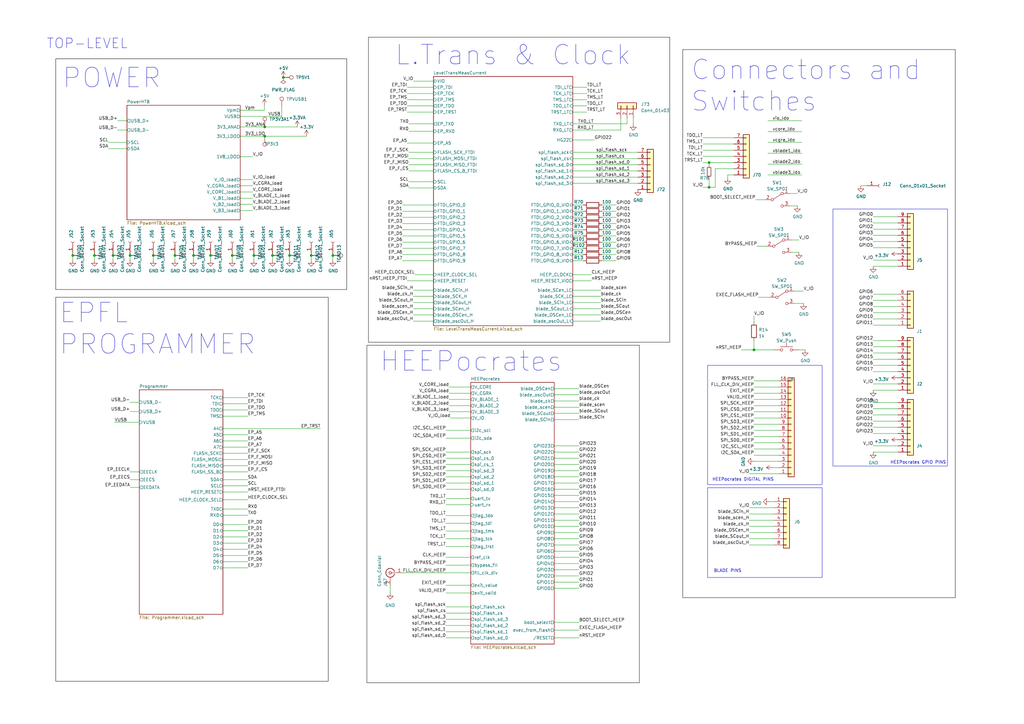
<source format=kicad_sch>
(kicad_sch (version 20230121) (generator eeschema)
  (paper "A3")
  (title_block (title "Heepocrates Testing Board (HTB)") (rev "1") (company "Embedded Systems Laboratory") (comment 1 "Jose Miranda & Christoph Müller 2023"))
  (junction (at 62.865 104.775))
  (junction (at 309.245 143.51))
  (junction (at 136.525 104.775))
  (junction (at 86.36 104.775))
  (junction (at 29.845 104.775))
  (junction (at 127.635 104.775))
  (junction (at 46.355 104.775))
  (junction (at 95.25 104.775))
  (junction (at 38.735 104.775))
  (junction (at 290.83 66.675))
  (junction (at 104.14 104.775))
  (junction (at 53.34 104.775))
  (junction (at 108.585 55.88))
  (junction (at 108.585 52.07))
  (junction (at 111.76 104.775))
  (junction (at 290.83 76.835))
  (junction (at 118.745 104.775))
  (junction (at 79.375 104.775))
  (junction (at 71.755 104.775))
  (junction (at 116.205 31.75))
  (wire (pts (xy 314.96 71.755) (xy 328.93 71.755)))
  (wire (pts (xy 234.95 101.854) (xy 239.268 101.854)))
  (wire (pts (xy 234.95 94.234) (xy 239.268 94.234)))
  (wire (pts (xy 319.405 163.83) (xy 309.245 163.83)))
  (wire (pts (xy 227.33 185.42) (xy 237.49 185.42)))
  (wire (pts (xy 246.888 86.614) (xy 252.73 86.614)))
  (wire (pts (xy 98.552 47.752) (xy 115.57 47.752)))
  (wire (pts (xy 167.64 77.089) (xy 177.8 77.089)))
  (wire (pts (xy 193.04 214.63) (xy 182.88 214.63)))
  (wire (pts (xy 234.95 40.894) (xy 240.665 40.894)))
  (wire (pts (xy 177.8 112.649) (xy 170.18 112.649)))
  (wire (pts (xy 44.45 58.42) (xy 52.07 58.42)))
  (wire (pts (xy 53.34 168.783) (xy 57.15 168.783)))
  (wire (pts (xy 317.5 218.44) (xy 307.34 218.44)))
  (wire (pts (xy 91.44 201.803) (xy 101.6 201.803)))
  (wire (pts (xy 98.552 81.28) (xy 103.632 81.28)))
  (wire (pts (xy 234.95 84.074) (xy 239.268 84.074)))
  (wire (pts (xy 169.545 129.159) (xy 177.8 129.159)))
  (wire (pts (xy 62.865 104.775) (xy 62.865 106.68)))
  (wire (pts (xy 319.405 158.75) (xy 309.245 158.75)))
  (wire (pts (xy 98.552 45.212) (xy 108.458 45.212)))
  (wire (pts (xy 304.165 143.51) (xy 309.245 143.51)))
  (wire (pts (xy 227.33 195.58) (xy 237.49 195.58)))
  (wire (pts (xy 98.552 55.88) (xy 108.585 55.88)))
  (wire (pts (xy 193.04 217.805) (xy 182.88 217.805)))
  (wire (pts (xy 169.545 131.699) (xy 177.8 131.699)))
  (wire (pts (xy 193.04 256.54) (xy 182.88 256.54)))
  (wire (pts (xy 288.29 66.675) (xy 290.83 66.675)))
  (wire (pts (xy 227.33 226.06) (xy 237.49 226.06)))
  (wire (pts (xy 368.3 93.98) (xy 358.14 93.98)))
  (wire (pts (xy 53.34 164.973) (xy 57.15 164.973)))
  (wire (pts (xy 368.3 177.8) (xy 358.14 177.8)))
  (wire (pts (xy 193.04 220.98) (xy 182.88 220.98)))
  (wire (pts (xy 91.44 220.218) (xy 101.6 220.218)))
  (wire (pts (xy 234.95 86.614) (xy 239.268 86.614)))
  (wire (pts (xy 193.04 261.62) (xy 182.88 261.62)))
  (wire (pts (xy 108.458 43.18) (xy 108.458 45.212)))
  (wire (pts (xy 234.95 89.154) (xy 239.268 89.154)))
  (wire (pts (xy 111.76 104.775) (xy 111.76 106.68)))
  (wire (pts (xy 227.33 258.445) (xy 237.49 258.445)))
  (wire (pts (xy 169.545 126.619) (xy 177.8 126.619)))
  (wire (pts (xy 227.33 220.98) (xy 237.49 220.98)))
  (wire (pts (xy 227.33 238.76) (xy 237.49 238.76)))
  (wire (pts (xy 169.545 121.539) (xy 177.8 121.539)))
  (wire (pts (xy 53.34 104.775) (xy 53.34 106.68)))
  (wire (pts (xy 104.14 104.14) (xy 104.14 104.775)))
  (wire (pts (xy 38.735 104.775) (xy 38.735 106.68)))
  (wire (pts (xy 91.44 217.678) (xy 101.6 217.678)))
  (wire (pts (xy 46.355 104.775) (xy 46.355 106.68)))
  (wire (pts (xy 368.3 144.78) (xy 358.14 144.78)))
  (wire (pts (xy 177.8 40.894) (xy 167.005 40.894)))
  (wire (pts (xy 91.44 170.688) (xy 101.6 170.688)))
  (wire (pts (xy 62.865 104.14) (xy 62.865 104.775)))
  (wire (pts (xy 167.64 74.549) (xy 177.8 74.549)))
  (wire (pts (xy 314.96 67.31) (xy 328.93 67.31)))
  (wire (pts (xy 324.485 103.505) (xy 327.66 103.505)))
  (wire (pts (xy 53.34 196.723) (xy 57.15 196.723)))
  (wire (pts (xy 91.44 183.388) (xy 101.6 183.388)))
  (wire (pts (xy 309.245 139.7) (xy 309.245 143.51)))
  (wire (pts (xy 167.64 67.564) (xy 177.8 67.564)))
  (wire (pts (xy 160.02 240.03) (xy 160.02 243.205)))
  (wire (pts (xy 246.888 84.074) (xy 252.73 84.074)))
  (wire (pts (xy 167.64 50.8) (xy 177.8 50.8)))
  (wire (pts (xy 314.96 49.53) (xy 328.93 49.53)))
  (wire (pts (xy 319.405 168.91) (xy 309.245 168.91)))
  (wire (pts (xy 193.04 211.455) (xy 182.88 211.455)))
  (wire (pts (xy 246.888 89.154) (xy 252.73 89.154)))
  (wire (pts (xy 300.99 71.755) (xy 298.45 71.755)))
  (wire (pts (xy 234.95 126.619) (xy 246.38 126.619)))
  (wire (pts (xy 177.8 43.434) (xy 167.005 43.434)))
  (wire (pts (xy 193.04 179.705) (xy 182.88 179.705)))
  (wire (pts (xy 246.888 104.394) (xy 252.73 104.394)))
  (wire (pts (xy 98.552 86.36) (xy 103.632 86.36)))
  (wire (pts (xy 193.04 176.53) (xy 182.88 176.53)))
  (wire (pts (xy 310.515 100.965) (xy 314.325 100.965)))
  (wire (pts (xy 317.5 210.82) (xy 307.34 210.82)))
  (wire (pts (xy 234.95 118.999) (xy 246.38 118.999)))
  (wire (pts (xy 227.33 231.14) (xy 237.49 231.14)))
  (wire (pts (xy 53.34 193.548) (xy 57.15 193.548)))
  (wire (pts (xy 311.15 121.92) (xy 315.595 121.92)))
  (wire (pts (xy 227.33 182.88) (xy 237.49 182.88)))
  (wire (pts (xy 227.33 190.5) (xy 237.49 190.5)))
  (wire (pts (xy 177.8 58.674) (xy 167.005 58.674)))
  (wire (pts (xy 71.755 104.775) (xy 71.755 106.68)))
  (wire (pts (xy 103.632 73.66) (xy 98.552 73.66)))
  (wire (pts (xy 315.595 205.74) (xy 317.5 205.74)))
  (wire (pts (xy 91.44 199.263) (xy 101.6 199.263)))
  (wire (pts (xy 91.44 222.758) (xy 101.6 222.758)))
  (wire (pts (xy 193.04 254) (xy 182.88 254)))
  (wire (pts (xy 227.33 164.465) (xy 237.49 164.465)))
  (wire (pts (xy 91.44 191.008) (xy 101.6 191.008)))
  (wire (pts (xy 165.1 96.774) (xy 177.8 96.774)))
  (wire (pts (xy 368.3 133.35) (xy 358.14 133.35)))
  (wire (pts (xy 193.04 224.155) (xy 182.88 224.155)))
  (wire (pts (xy 317.5 223.52) (xy 307.34 223.52)))
  (wire (pts (xy 234.95 131.699) (xy 246.38 131.699)))
  (wire (pts (xy 300.99 64.135) (xy 288.29 64.135)))
  (wire (pts (xy 324.485 98.425) (xy 327.66 98.425)))
  (wire (pts (xy 368.3 123.19) (xy 358.14 123.19)))
  (wire (pts (xy 319.405 171.45) (xy 309.245 171.45)))
  (wire (pts (xy 91.44 208.788) (xy 101.6 208.788)))
  (wire (pts (xy 91.44 163.068) (xy 101.6 163.068)))
  (wire (pts (xy 254.635 48.514) (xy 254.635 53.34)))
  (wire (pts (xy 368.3 109.22) (xy 358.14 109.22)))
  (wire (pts (xy 368.3 96.52) (xy 358.14 96.52)))
  (wire (pts (xy 368.3 165.1) (xy 358.14 165.1)))
  (wire (pts (xy 319.405 186.69) (xy 309.245 186.69)))
  (wire (pts (xy 368.3 152.4) (xy 358.14 152.4)))
  (wire (pts (xy 317.5 208.28) (xy 307.34 208.28)))
  (wire (pts (xy 71.755 104.14) (xy 71.755 104.775)))
  (wire (pts (xy 44.45 60.96) (xy 52.07 60.96)))
  (wire (pts (xy 234.95 124.079) (xy 246.38 124.079)))
  (wire (pts (xy 167.64 62.484) (xy 177.8 62.484)))
  (wire (pts (xy 79.375 104.14) (xy 79.375 104.775)))
  (wire (pts (xy 368.3 106.68) (xy 358.14 106.68)))
  (wire (pts (xy 227.33 172.085) (xy 237.49 172.085)))
  (wire (pts (xy 165.1 104.394) (xy 177.8 104.394)))
  (wire (pts (xy 368.3 170.18) (xy 358.14 170.18)))
  (wire (pts (xy 48.26 53.34) (xy 52.07 53.34)))
  (wire (pts (xy 227.33 159.385) (xy 237.49 159.385)))
  (wire (pts (xy 136.525 104.775) (xy 136.525 104.14)))
  (wire (pts (xy 319.405 184.15) (xy 309.245 184.15)))
  (wire (pts (xy 136.525 106.68) (xy 136.525 104.775)))
  (wire (pts (xy 95.25 104.775) (xy 95.25 106.68)))
  (wire (pts (xy 169.545 33.274) (xy 177.8 33.274)))
  (wire (pts (xy 165.1 99.314) (xy 177.8 99.314)))
  (wire (pts (xy 193.04 195.58) (xy 182.88 195.58)))
  (wire (pts (xy 234.95 121.539) (xy 246.38 121.539)))
  (wire (pts (xy 177.8 53.848) (xy 167.64 53.848)))
  (wire (pts (xy 127.635 104.14) (xy 127.635 104.775)))
  (wire (pts (xy 227.33 261.62) (xy 237.49 261.62)))
  (wire (pts (xy 298.45 71.755) (xy 298.45 73.025)))
  (wire (pts (xy 91.44 178.308) (xy 101.6 178.308)))
  (wire (pts (xy 227.33 167.005) (xy 237.49 167.005)))
  (wire (pts (xy 29.845 104.775) (xy 29.845 106.68)))
  (wire (pts (xy 234.95 62.484) (xy 261.62 62.484)))
  (wire (pts (xy 118.745 104.775) (xy 118.745 106.68)))
  (wire (pts (xy 246.888 101.854) (xy 252.73 101.854)))
  (wire (pts (xy 193.04 187.96) (xy 182.88 187.96)))
  (wire (pts (xy 317.5 143.51) (xy 309.245 143.51)))
  (wire (pts (xy 368.3 175.26) (xy 358.14 175.26)))
  (wire (pts (xy 325.755 124.46) (xy 329.565 124.46)))
  (wire (pts (xy 319.405 166.37) (xy 309.245 166.37)))
  (wire (pts (xy 309.88 81.915) (xy 313.69 81.915)))
  (wire (pts (xy 108.585 55.88) (xy 125.73 55.88)))
  (wire (pts (xy 319.405 156.21) (xy 309.245 156.21)))
  (wire (pts (xy 46.355 104.14) (xy 46.355 104.775)))
  (wire (pts (xy 368.3 160.02) (xy 358.14 160.02)))
  (wire (pts (xy 319.405 189.23) (xy 309.245 189.23)))
  (wire (pts (xy 91.44 175.768) (xy 131.445 175.768)))
  (wire (pts (xy 193.04 198.12) (xy 182.88 198.12)))
  (wire (pts (xy 368.3 125.73) (xy 358.14 125.73)))
  (wire (pts (xy 165.1 106.934) (xy 177.8 106.934)))
  (wire (pts (xy 91.44 227.838) (xy 101.6 227.838)))
  (wire (pts (xy 127.635 104.775) (xy 127.635 106.68)))
  (wire (pts (xy 227.33 213.36) (xy 237.49 213.36)))
  (wire (pts (xy 290.83 66.675) (xy 290.83 67.945)))
  (wire (pts (xy 368.3 185.42) (xy 358.14 185.42)))
  (wire (pts (xy 165.1 91.694) (xy 177.8 91.694)))
  (wire (pts (xy 234.95 75.184) (xy 261.62 75.184)))
  (wire (pts (xy 193.04 204.47) (xy 182.88 204.47)))
  (wire (pts (xy 314.96 62.865) (xy 328.93 62.865)))
  (wire (pts (xy 53.34 104.14) (xy 53.34 104.775)))
  (wire (pts (xy 184.785 171.45) (xy 193.04 171.45)))
  (wire (pts (xy 91.44 188.468) (xy 101.6 188.468)))
  (wire (pts (xy 227.33 210.82) (xy 237.49 210.82)))
  (wire (pts (xy 184.15 158.75) (xy 193.04 158.75)))
  (wire (pts (xy 234.95 38.354) (xy 240.665 38.354)))
  (wire (pts (xy 368.3 167.64) (xy 358.14 167.64)))
  (wire (pts (xy 368.3 182.88) (xy 358.14 182.88)))
  (wire (pts (xy 234.95 70.104) (xy 261.62 70.104)))
  (wire (pts (xy 165.1 101.854) (xy 177.8 101.854)))
  (wire (pts (xy 193.04 248.92) (xy 182.88 248.92)))
  (wire (pts (xy 300.99 56.515) (xy 288.29 56.515)))
  (wire (pts (xy 167.64 65.024) (xy 177.8 65.024)))
  (wire (pts (xy 98.552 78.74) (xy 103.632 78.74)))
  (wire (pts (xy 246.888 99.314) (xy 252.73 99.314)))
  (wire (pts (xy 193.04 190.5) (xy 182.88 190.5)))
  (wire (pts (xy 293.37 76.835) (xy 293.37 69.215)))
  (wire (pts (xy 91.44 230.378) (xy 101.6 230.378)))
  (wire (pts (xy 368.3 128.27) (xy 358.14 128.27)))
  (wire (pts (xy 91.44 215.138) (xy 101.6 215.138)))
  (wire (pts (xy 368.3 139.7) (xy 358.14 139.7)))
  (wire (pts (xy 227.33 187.96) (xy 237.49 187.96)))
  (wire (pts (xy 353.06 76.2) (xy 355.6 76.2)))
  (wire (pts (xy 193.04 200.66) (xy 182.88 200.66)))
  (wire (pts (xy 91.44 180.848) (xy 101.6 180.848)))
  (wire (pts (xy 193.04 231.775) (xy 182.88 231.775)))
  (wire (pts (xy 234.95 45.974) (xy 240.665 45.974)))
  (wire (pts (xy 314.96 58.42) (xy 328.93 58.42)))
  (wire (pts (xy 368.3 99.06) (xy 358.14 99.06)))
  (wire (pts (xy 290.83 66.675) (xy 300.99 66.675)))
  (wire (pts (xy 227.33 233.68) (xy 237.49 233.68)))
  (wire (pts (xy 177.8 115.189) (xy 167.005 115.189)))
  (wire (pts (xy 316.865 191.77) (xy 319.405 191.77)))
  (wire (pts (xy 98.552 52.07) (xy 108.585 52.07)))
  (wire (pts (xy 246.888 91.694) (xy 252.73 91.694)))
  (wire (pts (xy 91.44 185.928) (xy 101.6 185.928)))
  (wire (pts (xy 165.1 94.234) (xy 177.8 94.234)))
  (wire (pts (xy 227.33 169.545) (xy 237.49 169.545)))
  (wire (pts (xy 193.04 251.46) (xy 182.88 251.46)))
  (wire (pts (xy 227.33 161.925) (xy 237.49 161.925)))
  (wire (pts (xy 309.245 129.54) (xy 309.245 132.08)))
  (wire (pts (xy 177.8 45.974) (xy 167.005 45.974)))
  (wire (pts (xy 165.1 89.154) (xy 177.8 89.154)))
  (wire (pts (xy 48.26 49.53) (xy 52.07 49.53)))
  (wire (pts (xy 368.3 147.32) (xy 358.14 147.32)))
  (wire (pts (xy 368.3 157.48) (xy 358.14 157.48)))
  (wire (pts (xy 246.888 96.774) (xy 252.73 96.774)))
  (wire (pts (xy 227.33 228.6) (xy 237.49 228.6)))
  (wire (pts (xy 319.405 181.61) (xy 309.245 181.61)))
  (wire (pts (xy 91.44 204.978) (xy 101.6 204.978)))
  (wire (pts (xy 317.5 213.36) (xy 307.34 213.36)))
  (wire (pts (xy 257.175 48.514) (xy 257.175 50.8)))
  (wire (pts (xy 227.33 208.28) (xy 237.49 208.28)))
  (wire (pts (xy 330.2 143.51) (xy 327.66 143.51)))
  (wire (pts (xy 91.44 165.608) (xy 101.6 165.608)))
  (wire (pts (xy 234.95 72.644) (xy 261.62 72.644)))
  (wire (pts (xy 323.85 84.455) (xy 327.025 84.455)))
  (wire (pts (xy 193.04 240.03) (xy 182.88 240.03)))
  (wire (pts (xy 227.33 203.2) (xy 237.49 203.2)))
  (wire (pts (xy 193.04 193.04) (xy 182.88 193.04)))
  (wire (pts (xy 368.3 130.81) (xy 358.14 130.81)))
  (wire (pts (xy 91.44 168.148) (xy 101.6 168.148)))
  (wire (pts (xy 91.44 232.918) (xy 101.6 232.918)))
  (wire (pts (xy 234.95 112.649) (xy 242.57 112.649)))
  (wire (pts (xy 177.8 38.354) (xy 167.005 38.354)))
  (wire (pts (xy 300.99 59.055) (xy 288.29 59.055)))
  (wire (pts (xy 86.36 104.14) (xy 86.36 104.775)))
  (wire (pts (xy 288.29 76.835) (xy 290.83 76.835)))
  (wire (pts (xy 169.545 124.079) (xy 177.8 124.079)))
  (wire (pts (xy 319.405 173.99) (xy 309.245 173.99)))
  (wire (pts (xy 79.375 104.775) (xy 79.375 106.68)))
  (wire (pts (xy 227.33 198.12) (xy 237.49 198.12)))
  (wire (pts (xy 98.552 76.2) (xy 103.632 76.2)))
  (wire (pts (xy 246.888 94.234) (xy 252.73 94.234)))
  (wire (pts (xy 108.585 52.07) (xy 121.92 52.07)))
  (wire (pts (xy 193.04 185.42) (xy 182.88 185.42)))
  (wire (pts (xy 319.405 179.07) (xy 309.245 179.07)))
  (wire (pts (xy 259.715 48.514) (xy 259.715 50.927)))
  (wire (pts (xy 325.755 119.38) (xy 329.565 119.38)))
  (wire (pts (xy 319.405 176.53) (xy 309.245 176.53)))
  (wire (pts (xy 46.99 173.228) (xy 57.15 173.228)))
  (wire (pts (xy 314.96 53.975) (xy 328.93 53.975)))
  (wire (pts (xy 29.845 104.14) (xy 29.845 104.775)))
  (wire (pts (xy 91.44 225.298) (xy 101.6 225.298)))
  (wire (pts (xy 227.33 223.52) (xy 237.49 223.52)))
  (wire (pts (xy 165.1 86.614) (xy 177.8 86.614)))
  (wire (pts (xy 167.64 70.104) (xy 177.8 70.104)))
  (wire (pts (xy 227.33 193.04) (xy 237.49 193.04)))
  (wire (pts (xy 227.33 205.74) (xy 237.49 205.74)))
  (wire (pts (xy 91.44 211.328) (xy 101.6 211.328)))
  (wire (pts (xy 111.76 104.14) (xy 111.76 104.775)))
  (wire (pts (xy 323.85 79.375) (xy 327.025 79.375)))
  (wire (pts (xy 193.04 259.08) (xy 182.88 259.08)))
  (wire (pts (xy 234.95 57.404) (xy 243.84 57.404)))
  (wire (pts (xy 193.04 243.205) (xy 182.88 243.205)))
  (wire (pts (xy 165.1 234.95) (xy 193.04 234.95)))
  (wire (pts (xy 227.33 236.22) (xy 237.49 236.22)))
  (wire (pts (xy 53.34 199.898) (xy 57.15 199.898)))
  (wire (pts (xy 300.99 61.595) (xy 288.29 61.595)))
  (wire (pts (xy 227.33 215.9) (xy 237.49 215.9)))
  (wire (pts (xy 165.1 84.074) (xy 177.8 84.074)))
  (wire (pts (xy 319.405 161.29) (xy 309.245 161.29)))
  (wire (pts (xy 98.552 83.82) (xy 103.632 83.82)))
  (wire (pts (xy 227.33 241.3) (xy 237.49 241.3)))
  (wire (pts (xy 368.3 120.65) (xy 358.14 120.65)))
  (wire (pts (xy 234.95 43.434) (xy 240.665 43.434)))
  (wire (pts (xy 290.83 76.835) (xy 293.37 76.835)))
  (wire (pts (xy 317.5 215.9) (xy 307.34 215.9)))
  (wire (pts (xy 104.14 104.775) (xy 104.14 106.68)))
  (wire (pts (xy 290.83 73.025) (xy 290.83 76.835)))
  (wire (pts (xy 227.33 200.66) (xy 237.49 200.66)))
  (wire (pts (xy 86.36 104.775) (xy 86.36 106.68)))
  (wire (pts (xy 184.15 166.37) (xy 193.04 166.37)))
  (wire (pts (xy 95.25 104.14) (xy 95.25 104.775)))
  (wire (pts (xy 91.44 193.548) (xy 101.6 193.548)))
  (wire (pts (xy 234.95 99.314) (xy 239.268 99.314)))
  (wire (pts (xy 368.3 142.24) (xy 358.14 142.24)))
  (wire (pts (xy 368.3 91.44) (xy 358.14 91.44)))
  (wire (pts (xy 38.735 104.14) (xy 38.735 104.775)))
  (wire (pts (xy 184.15 161.29) (xy 193.04 161.29)))
  (wire (pts (xy 368.3 172.72) (xy 358.14 172.72)))
  (wire (pts (xy 246.888 106.934) (xy 252.73 106.934)))
  (wire (pts (xy 307.34 194.31) (xy 319.405 194.31)))
  (wire (pts (xy 234.95 96.774) (xy 239.268 96.774)))
  (wire (pts (xy 193.04 207.01) (xy 182.88 207.01)))
  (wire (pts (xy 177.8 35.814) (xy 167.005 35.814)))
  (wire (pts (xy 115.57 43.815) (xy 115.57 47.752)))
  (wire (pts (xy 234.95 65.024) (xy 261.62 65.024)))
  (wire (pts (xy 234.95 67.564) (xy 261.62 67.564)))
  (wire (pts (xy 227.33 255.27) (xy 237.49 255.27)))
  (wire (pts (xy 368.3 88.9) (xy 358.14 88.9)))
  (wire (pts (xy 234.95 106.934) (xy 239.268 106.934)))
  (wire (pts (xy 234.95 91.694) (xy 239.268 91.694)))
  (wire (pts (xy 118.745 104.14) (xy 118.745 104.775)))
  (wire (pts (xy 234.95 115.189) (xy 242.57 115.189)))
  (wire (pts (xy 169.545 118.999) (xy 177.8 118.999)))
  (wire (pts (xy 91.44 196.723) (xy 101.6 196.723)))
  (wire (pts (xy 234.95 35.814) (xy 240.665 35.814)))
  (wire (pts (xy 193.04 228.6) (xy 182.88 228.6)))
  (wire (pts (xy 234.95 129.159) (xy 246.38 129.159)))
  (wire (pts (xy 227.33 218.44) (xy 237.49 218.44)))
  (wire (pts (xy 368.3 149.86) (xy 358.14 149.86)))
  (wire (pts (xy 184.15 163.83) (xy 193.04 163.83)))
  (wire (pts (xy 184.15 168.91) (xy 193.04 168.91)))
  (wire (pts (xy 234.95 53.34) (xy 254.635 53.34)))
  (wire (pts (xy 234.95 104.394) (xy 239.268 104.394)))
  (wire (pts (xy 98.552 64.262) (xy 103.632 64.262)))
  (wire (pts (xy 317.5 220.98) (xy 307.34 220.98)))
  (wire (pts (xy 368.3 101.6) (xy 358.14 101.6)))
  (wire (pts (xy 234.95 50.8) (xy 257.175 50.8)))
  (wire (pts (xy 293.37 69.215) (xy 300.99 69.215)))
  (rectangle (start 290.195 200.025) (end 337.185 236.855))
  (rectangle (start 280.035 20.32) (end 391.795 245.11) (stroke (width 0) (color 0 0 0 1)))
  (rectangle (start 150.495 141.605) (end 262.255 280.035) (stroke (width 0) (color 0 0 0 1)))
  (rectangle (start 341.63 85.725) (end 388.62 191.135))
  (rectangle (start 151.13 15.24) (end 274.701 140.335) (stroke (width 0) (color 0 0 0 1)))
  (rectangle (start 22.86 121.92) (end 134.62 279.4) (stroke (width 0) (color 0 0 0 1)))
  (rectangle (start 22.86 24.13) (end 142.24 118.745) (stroke (width 0) (color 0 0 0 1)))
  (rectangle (start 290.195 149.86) (end 337.185 198.755))
  (text "POWER" (at 25.4 36.83 0) (effects (font (size 8 8)) (justify left bottom)))
  (text "HEEPocrates DIGITAL PINS" (at 292.1 197.485 0) (effects (font (size 1.27 1.27)) (justify left bottom)))
  (text "L.Trans & Clock" (at 161.798 27.432 0) (effects (font (size 8 8)) (justify left bottom)))
  (text "BLADE PINS" (at 292.735 234.95 0) (effects (font (size 1.27 1.27)) (justify left bottom)))
  (text "Connectors and\nSwitches" (at 283.21 46.355 0) (effects (font (size 8 8)) (justify left bottom)))
  (text "HEEPocrates GPIO PINS" (at 365.125 190.5 0) (effects (font (size 1.27 1.27)) (justify left bottom)))
  (text "EPFL\nPROGRAMMER" (at 24.13 146.05 0) (effects (font (size 8 8)) (justify left bottom)))
  (text "TOP-LEVEL" (at 19.05 20.32 0) (effects (font (size 3.9878 3.9878)) (justify left bottom)))
  (text "HEEPocrates" (at 155.575 153.035 0) (effects (font (size 8 8)) (justify left bottom)))
  (label "GPIO13" (at 358.14 142.24 180))
  (label "SPI_SD3_HEEP" (at 182.88 193.04 180))
  (label "GPIO9" (at 237.49 218.44 0))
  (label "GPIO2" (at 358.14 93.98 180))
  (label "EP_F_MOSI" (at 101.6 188.468 0))
  (label "vcgra_ldo" (at 316.865 58.42 0))
  (label "EP_D5" (at 165.1 96.774 180))
  (label "blade_OSCen_H" (at 169.545 129.159 180))
  (label "EP_TRST" (at 131.445 175.768 180))
  (label "USB_D-" (at 53.34 164.973 180))
  (label "GPIO5" (at 358.14 101.6 180))
  (label "GPIO23" (at 358.14 177.8 180))
  (label "V_BLADE_2_load" (at 184.15 166.37 180))
  (label "spi_flash_sck" (at 244.475 62.484 0))
  (label "SCL" (at 44.45 58.42 180))
  (label "V_IO" (at 169.545 33.274 180))
  (label "EXIT_HEEP" (at 182.88 240.03 180))
  (label "V_IO_load" (at 103.632 73.66 0))
  (label "3V3_LDO" (at 100.457 55.88 0))
  (label "GPIO21" (at 237.49 187.96 0))
  (label "TRST_LT" (at 182.88 224.155 180))
  (label "GPIO16" (at 237.49 200.66 0))
  (label "TMS_LT" (at 240.665 40.894 0))
  (label "V_BLADE_1_load" (at 103.632 81.28 0))
  (label "nRST_HEEP" (at 237.49 261.62 0))
  (label "GPIO14" (at 358.14 144.78 180))
  (label "GPIO9" (at 358.14 128.27 180))
  (label "EP_EECLK" (at 53.34 193.548 180))
  (label "GPIO18" (at 237.49 195.58 0))
  (label "GPIO21" (at 358.14 172.72 180))
  (label "VALID_HEEP" (at 309.245 163.83 180))
  (label "EP_D4" (at 101.6 225.298 0))
  (label "EP_TRST" (at 167.005 45.974 180))
  (label "SPI_CS1_HEEP" (at 182.88 190.5 180))
  (label "GPIO20" (at 358.14 170.18 180))
  (label "blade_scen_H" (at 169.545 126.619 180))
  (label "EP_F_MISO" (at 167.64 67.564 180))
  (label "SPI_CS0_HEEP" (at 309.245 168.91 180))
  (label "BYPASS_HEEP" (at 310.515 100.965 180))
  (label "nRST_HEEP_FTDI" (at 167.005 115.189 180))
  (label "V_IO" (at 329.565 119.38 0))
  (label "SPI_SD3_HEEP" (at 309.245 173.99 180))
  (label "blade_SCout_H" (at 169.545 124.079 180))
  (label "EP_D5" (at 101.6 227.838 0))
  (label "blade_SCin" (at 246.38 124.079 0))
  (label "spi_flash_sd_3" (at 244.348 75.184 0))
  (label "blade_oscOut" (at 237.49 161.925 0))
  (label "vblade2_ldo" (at 316.865 67.31 0))
  (label "GPIO4" (at 237.49 231.14 0))
  (label "EXIT_HEEP" (at 309.245 161.29 180))
  (label "TMS_LT" (at 288.29 59.055 180))
  (label "blade_SCin_H" (at 307.34 210.82 180))
  (label "blade_OSCen_H" (at 307.34 218.44 180))
  (label "GPIO10" (at 358.14 130.81 180))
  (label "spi_flash_cs" (at 244.475 65.024 0))
  (label "GPIO19" (at 237.49 193.04 0))
  (label "FLL_CLK_DIV_HEEP" (at 309.245 158.75 180))
  (label "EP_D0" (at 101.6 215.138 0))
  (label "vblade3_ldo" (at 316.865 71.755 0))
  (label "SPI_SD2_HEEP" (at 182.88 195.58 180))
  (label "GPIO22" (at 358.14 175.26 180))
  (label "V_CGRA_load" (at 184.15 161.29 180))
  (label "GPIO6" (at 237.49 226.06 0))
  (label "EP_D0" (at 165.1 84.074 180))
  (label "EP_A7" (at 101.6 183.388 0))
  (label "I2C_SDA_HEEP" (at 182.88 179.705 180))
  (label "GPIO2" (at 237.49 236.22 0))
  (label "spi_flash_sck" (at 182.88 248.92 180))
  (label "TCK_LT" (at 182.88 220.98 180))
  (label "GPIO16" (at 358.14 149.86 180))
  (label "GPIO11" (at 237.49 213.36 0))
  (label "blade_ck" (at 246.38 121.539 0))
  (label "EP_A6" (at 101.6 180.848 0))
  (label "spi_flash_sd_1" (at 244.348 70.104 0))
  (label "EP_TMS" (at 167.005 40.894 180))
  (label "blade_oscOut" (at 246.38 131.699 0))
  (label "spi_flash_sd_2" (at 182.88 256.54 180))
  (label "GPIO3" (at 252.73 91.694 0))
  (label "EXEC_FLASH_HEEP" (at 311.15 121.92 180))
  (label "VALID_HEEP" (at 182.88 243.205 180))
  (label "V_IO" (at 327.66 98.425 0))
  (label "SCL" (at 101.6 199.263 0))
  (label "TMS_LT" (at 182.88 217.805 180))
  (label "EP_F_SCK" (at 167.64 62.484 180))
  (label "CLK_HEEP" (at 242.57 112.649 0))
  (label "GPIO22" (at 243.84 57.404 0))
  (label "EXEC_FLASH_HEEP" (at 237.49 258.445 0))
  (label "blade_oscOut_H" (at 169.545 131.699 180))
  (label "SCL" (at 167.64 74.549 180))
  (label "EP_TDO" (at 167.005 43.434 180))
  (label "nRST_HEEP_FTDI" (at 101.6 201.803 0))
  (label "EP_A6" (at 165.1 104.394 180))
  (label "GPIO14" (at 237.49 205.74 0))
  (label "RX0" (at 167.64 53.848 180))
  (label "EP_D2" (at 165.1 89.154 180))
  (label "EP_A5" (at 167.005 58.674 180))
  (label "BOOT_SELECT_HEEP" (at 237.49 255.27 0))
  (label "TCK_LT" (at 288.29 64.135 180))
  (label "EP_D7" (at 165.1 101.854 180))
  (label "HEEP_CLOCK_SEL" (at 101.6 204.978 0))
  (label "EP_D6" (at 165.1 99.314 180))
  (label "GPIO4" (at 358.14 99.06 180))
  (label "CLK_HEEP" (at 182.88 228.6 180))
  (label "EP_F_MISO" (at 101.6 191.008 0))
  (label "EP_D2" (at 101.6 220.218 0))
  (label "V_BLADE_3_load" (at 184.15 168.91 180))
  (label "GPIO9" (at 252.73 106.934 0))
  (label "blade_ck_H" (at 307.34 215.9 180))
  (label "vblade1_ldo" (at 316.865 62.865 0))
  (label "GPIO15" (at 358.14 147.32 180))
  (label "USB_D-" (at 48.26 53.34 180))
  (label "nRST_HEEP" (at 242.57 115.189 0))
  (label "blade_SCout_H" (at 307.34 220.98 180))
  (label "EP_TMS" (at 101.6 170.688 0))
  (label "TDO_LT" (at 288.29 56.515 180))
  (label "GPIO23" (at 237.49 182.88 0))
  (label "I2C_SCL_HEEP" (at 309.245 184.15 180))
  (label "TX0" (at 167.64 50.8 180))
  (label "GPIO10" (at 237.49 215.9 0))
  (label "SPI_SD2_HEEP" (at 309.245 176.53 180))
  (label "GPIO0" (at 252.73 84.074 0))
  (label "EP_D7" (at 101.6 232.918 0))
  (label "SPI_SCK_HEEP" (at 182.88 185.42 180))
  (label "blade_OSCen" (at 246.38 129.159 0))
  (label "GPIO17" (at 237.49 198.12 0))
  (label "RX0_LT" (at 182.88 207.01 180))
  (label "blade_ck" (at 237.49 164.465 0))
  (label "EP_A5" (at 101.6 178.308 0))
  (label "GPIO1" (at 237.49 238.76 0))
  (label "EP_F_CS" (at 101.6 193.548 0))
  (label "spi_flash_sd_3" (at 182.88 254 180))
  (label "GPIO17" (at 358.14 152.4 180))
  (label "TX0_LT" (at 182.88 204.47 180))
  (label "TDI_LT" (at 240.665 35.814 0))
  (label "GPIO6" (at 358.14 120.65 180))
  (label "VUSB" (at 46.99 173.228 0))
  (label "spi_flash_sd_1" (at 182.88 259.08 180))
  (label "EP_TCK" (at 167.005 38.354 180))
  (label "V_IO" (at 358.14 182.88 180))
  (label "V_BLADE_2_load" (at 103.632 83.82 0))
  (label "EP_EECS" (at 53.34 196.723 180))
  (label "USB_D+" (at 53.34 168.783 180))
  (label "GPIO8" (at 237.49 220.98 0))
  (label "V_CGRA_load" (at 103.632 76.2 0))
  (label "GPIO0" (at 358.14 88.9 180))
  (label "I2C_SCL_HEEP" (at 182.88 176.53 180))
  (label "V_IO" (at 327.025 79.375 0))
  (label "TDO_LT" (at 240.665 43.434 0))
  (label "3V3_ANA" (at 100.457 52.07 0))
  (label "V_IO_load" (at 184.785 171.45 180))
  (label "blade_scen_H" (at 307.34 213.36 180))
  (label "blade_scen" (at 246.38 118.999 0))
  (label "BYPASS_HEEP" (at 309.245 156.21 180))
  (label "GPIO1" (at 358.14 91.44 180))
  (label "GPIO1" (at 252.73 86.614 0))
  (label "Vpm" (at 100.457 45.212 0))
  (label "blade_OSCen" (at 237.49 159.385 0))
  (label "EP_F_SCK" (at 101.6 185.928 0))
  (label "RX0_LT" (at 236.728 53.34 0))
  (label "TRST_LT" (at 288.29 66.675 180))
  (label "EP_TDO" (at 101.6 168.148 0))
  (label "V_IO" (at 358.14 106.68 180))
  (label "SPI_SD1_HEEP" (at 182.88 198.12 180))
  (label "blade_SCout" (at 237.49 169.545 0))
  (label "GPIO11" (at 358.14 133.35 180))
  (label "GPIO13" (at 237.49 208.28 0))
  (label "spi_flash_cs" (at 182.88 251.46 180))
  (label "spi_flash_sd_2" (at 244.348 72.644 0))
  (label "V_CORE_load" (at 103.632 78.74 0))
  (label "V_IO" (at 307.34 208.28 180))
  (label "TDI_LT" (at 182.88 214.63 180))
  (label "V_IO" (at 103.632 64.262 0))
  (label "EP_D1" (at 165.1 86.614 180))
  (label "GPIO20" (at 237.49 190.5 0))
  (label "SPI_SD0_HEEP" (at 182.88 200.66 180))
  (label "SDA" (at 101.6 196.723 0))
  (label "blade_SCout" (at 246.38 126.619 0))
  (label "VUSB" (at 109.982 47.752 0))
  (label "blade_oscOut_H" (at 307.34 223.52 180))
  (label "blade_scen" (at 237.49 167.005 0))
  (label "TX0" (at 101.6 211.328 0))
  (label "EP_TDI" (at 101.6 165.608 0))
  (label "SPI_SD1_HEEP" (at 309.245 179.07 180))
  (label "SPI_CS0_HEEP" (at 182.88 187.96 180))
  (label "SPI_SCK_HEEP" (at 309.245 166.37 180))
  (label "BYPASS_HEEP" (at 182.88 231.775 180))
  (label "V_IO" (at 307.34 194.31 180))
  (label "RX0" (at 101.6 208.788 0))
  (label "TRST_LT" (at 240.665 45.974 0))
  (label "vcore_ldo" (at 316.865 53.975 0))
  (label "blade_SCin_H" (at 169.545 118.999 180))
  (label "V_IO" (at 288.29 76.835 180))
  (label "SPI_SD0_HEEP" (at 309.245 181.61 180))
  (label "V_BLADE_3_load" (at 103.632 86.36 0))
  (label "BOOT_SELECT_HEEP" (at 309.88 81.915 180))
  (label "GPIO3" (at 237.49 233.68 0))
  (label "blade_ck_H" (at 169.545 121.539 180))
  (label "EP_F_CS" (at 167.64 70.104 180))
  (label "GPIO22" (at 237.49 185.42 0))
  (label "GPIO12" (at 358.14 139.7 180))
  (label "TCK_LT" (at 240.665 38.354 0))
  (label "nRST_HEEP" (at 304.165 143.51 180))
  (label "SPI_CS1_HEEP" (at 309.245 171.45 180))
  (label "GPIO12" (at 237.49 210.82 0))
  (label "USB_D+" (at 48.26 49.53 180))
  (label "GPIO8" (at 252.73 104.394 0))
  (label "vio_ldo" (at 316.865 49.53 0))
  (label "V_IO" (at 309.245 129.54 0))
  (label "GPIO5" (at 237.49 228.6 0))
  (label "EP_D4" (at 165.1 94.234 180))
  (label "TDO_LT" (at 182.88 211.455 180))
  (label "GPIO7" (at 252.73 101.854 0))
  (label "GPIO7" (at 237.49 223.52 0))
  (label "EP_D3" (at 165.1 91.694 180))
  (label "HEEP_CLOCK_SEL" (at 170.18 112.649 180))
  (label "EP_D6" (at 101.6 230.378 0))
  (label "GPIO3" (at 358.14 96.52 180))
  (label "spi_flash_sd_0" (at 244.348 67.564 0))
  (label "GPIO19" (at 358.14 167.64 180))
  (label "SDA" (at 44.45 60.96 180))
  (label "V_IO" (at 358.14 157.48 180))
  (label "EP_D1" (at 101.6 217.678 0))
  (label "FLL_CLK_DIV_HEEP" (at 182.88 234.95 180))
  (label "GPIO0" (at 237.49 241.3 0))
  (label "V_CORE_load" (at 184.15 158.75 180))
  (label "blade_SCin" (at 237.49 172.085 0))
  (label "EP_TCK" (at 101.6 163.068 0))
  (label "GPIO6" (at 252.73 99.314 0))
  (label "TDI_LT" (at 288.29 61.595 180))
  (label "EP_D3" (at 101.6 222.758 0))
  (label "spi_flash_sd_0" (at 182.88 261.62 180))
  (label "GPIO15" (at 237.49 203.2 0))
  (label "I2C_SDA_HEEP" (at 309.245 186.69 180))
  (label "GPIO8" (at 358.14 125.73 180))
  (label "GPIO2" (at 252.73 89.154 0))
  (label "EP_TDI" (at 167.005 35.814 180))
  (label "GPIO5" (at 252.73 96.774 0))
  (label "GPIO4" (at 252.73 94.234 0))
  (label "EP_A7" (at 165.1 106.934 180))
  (label "GPIO18" (at 358.14 165.1 180))
  (label "SDA" (at 167.64 77.089 180))
  (label "GPIO7" (at 358.14 123.19 180))
  (label "TX0_LT" (at 236.982 50.8 0))
  (label "EP_EEDATA" (at 53.34 199.898 180))
  (label "V_BLADE_1_load" (at 184.15 163.83 180))
  (label "EP_F_MOSI" (at 167.64 65.024 180))
  (symbol (lib_id "Connector:Conn_01x01_Socket") (at 38.735 99.06 90) (unit 1)
    (property "Reference" "J53" (at 38.1 97.79 0) (effects (justify left)))
    (property "Value" "Conn_01x01_Socket" (at 42.545 111.76 0) (effects (justify left)))
    (property "Footprint" "TestPoint:TestPoint_Keystone_5019_Minature" (effects hide))
    (property "LCSC" "C5199800" (effects hide))
  )
  (symbol (lib_id "power:+3.3V") (at 316.865 191.77 90) (unit 1)
    (property "Reference" "#PWR0222" (effects hide))
    (property "Value" "+3.3V" (at 313.055 192.405 90) (effects (justify left)))
  )
  (symbol (lib_id "Connector:TestPoint") (at 136.525 104.775 270) (unit 1)
    (property "Reference" "TGND13" (at 139.065 100.33 0) (effects (justify left)))
    (property "Value" "TestPoint" (effects hide))
    (property "Footprint" "TestPoint:TestPoint_THTPad_4.0x4.0mm_Drill2.0mm" (effects hide))
  )
  (symbol (lib_id "power:+5V") (at 116.205 31.75 0) (unit 1)
    (property "Reference" "#PWR029" (effects hide))
    (property "Value" "+5V" (at 116.205 27.94 0))
  )
  (symbol (lib_id "Connector:Conn_01x01_Socket") (at 79.375 99.06 90) (unit 1)
    (property "Reference" "J58" (at 78.74 97.79 0) (effects (justify left)))
    (property "Value" "Conn_01x01_Socket" (at 83.185 111.76 0) (effects (justify left)))
    (property "Footprint" "TestPoint:TestPoint_Keystone_5019_Minature" (effects hide))
    (property "LCSC" "C5199800" (effects hide))
  )
  (symbol (lib_id "power:GND") (at 358.14 109.22 0) (unit 1)
    (property "Reference" "#PWR0165" (effects hide))
    (property "Value" "GND" (at 358.267 113.6142 0))
  )
  (symbol (lib_id "Connector_Generic:Conn_01x07") (at 306.07 64.135 0) (mirror x) (unit 1)
    (property "Reference" "J70" (at 308.61 71.755 0) (effects (justify left)))
    (property "Value" "Conn_01x07" (effects hide))
    (property "Footprint" "Connector_PinSocket_2.54mm:PinSocket_1x07_P2.54mm_Vertical" (effects hide))
  )
  (symbol (lib_id "Connector:TestPoint") (at 38.735 104.775 270) (unit 1)
    (property "Reference" "TGND1" (at 41.275 100.33 0) (effects (justify left)))
    (property "Value" "TestPoint" (effects hide))
    (property "Footprint" "TestPoint:TestPoint_THTPad_4.0x4.0mm_Drill2.0mm" (effects hide))
  )
  (symbol (lib_id "Connector:Conn_01x01_Socket") (at 111.76 99.06 90) (unit 1)
    (property "Reference" "J62" (at 111.125 97.79 0) (effects (justify left)))
    (property "Value" "Conn_01x01_Socket" (at 115.57 111.76 0) (effects (justify left)))
    (property "Footprint" "TestPoint:TestPoint_Keystone_5019_Minature" (effects hide))
    (property "LCSC" "C5199800" (effects hide))
  )
  (symbol (lib_id "power:GND") (at 118.745 106.68 0) (unit 1)
    (property "Reference" "#PWR0183" (effects hide))
    (property "Value" "GND" (at 118.872 111.0742 0))
  )
  (symbol (lib_id "power:GND") (at 86.36 106.68 0) (unit 1)
    (property "Reference" "#PWR0179" (effects hide))
    (property "Value" "GND" (at 86.487 111.0742 0))
  )
  (symbol (lib_id "power:GND") (at 111.76 106.68 0) (unit 1)
    (property "Reference" "#PWR0182" (effects hide))
    (property "Value" "GND" (at 111.887 111.0742 0))
  )
  (symbol (lib_id "power:GND") (at 127.635 106.68 0) (unit 1)
    (property "Reference" "#PWR0184" (effects hide))
    (property "Value" "GND" (at 127.762 111.0742 0))
  )
  (symbol (lib_id "power:GND") (at 62.865 106.68 0) (unit 1)
    (property "Reference" "#PWR02" (effects hide))
    (property "Value" "GND" (at 62.992 111.0742 0))
  )
  (symbol (lib_id "Connector:TestPoint") (at 118.745 104.775 270) (unit 1)
    (property "Reference" "TGND11" (at 121.285 100.33 0) (effects (justify left)))
    (property "Value" "TestPoint" (effects hide))
    (property "Footprint" "TestPoint:TestPoint_THTPad_4.0x4.0mm_Drill2.0mm" (effects hide))
  )
  (symbol (lib_id "power:GND") (at 79.375 106.68 0) (unit 1)
    (property "Reference" "#PWR04" (effects hide))
    (property "Value" "GND" (at 79.502 111.0742 0))
  )
  (symbol (lib_id "Connector_Generic:Conn_01x16") (at 324.485 176.53 0) (mirror x) (unit 1)
    (property "Reference" "J8" (at 323.215 155.575 0) (effects (justify left)))
    (property "Value" "Conn_01x16" (effects hide))
    (property "Footprint" "Connector_PinSocket_2.54mm:PinSocket_1x16_P2.54mm_Vertical" (effects hide))
  )
  (symbol (lib_id "Connector:TestPoint") (at 116.205 31.75 270) (unit 1)
    (property "Reference" "TP5V1" (at 121.285 31.75 90) (effects (justify left)))
    (property "Value" "TestPoint" (effects hide))
    (property "Footprint" "TestPoint:TestPoint_Plated_Hole_D2.0mm" (effects hide))
  )
  (symbol (lib_id "Connector:Conn_01x01_Socket") (at 104.14 99.06 90) (unit 1)
    (property "Reference" "J61" (at 103.505 97.79 0) (effects (justify left)))
    (property "Value" "Conn_01x01_Socket" (at 107.95 111.76 0) (effects (justify left)))
    (property "Footprint" "TestPoint:TestPoint_Keystone_5019_Minature" (effects hide))
    (property "LCSC" "C5199800" (effects hide))
  )
  (symbol (lib_id "power:GND") (at 259.715 50.927 0) (unit 1)
    (property "Reference" "#PWR0229" (effects hide))
    (property "Value" "GND" (at 259.842 55.3212 0))
  )
  (symbol (lib_id "Device:R") (at 243.078 94.234 270) (unit 1)
    (property "Reference" "R74" (at 237.363 92.964 90))
    (property "Value" "100" (at 248.793 92.964 90))
    (property "Footprint" "Resistor_SMD:R_0603_1608Metric" (effects hide))
  )
  (symbol (lib_id "Switch:SW_SPDT") (at 318.77 81.915 0) (unit 1)
    (property "Reference" "SW1" (at 318.77 74.93 0))
    (property "Value" "SW_SPDT" (at 318.77 77.47 0))
    (property "Footprint" "Button_Switch_SMD:SW_SPDT_PCM12" (effects hide))
    (property "LCSC" "C221841" (effects hide))
  )
  (symbol (lib_id "Device:R") (at 243.078 84.074 270) (unit 1)
    (property "Reference" "R70" (at 237.363 82.804 90))
    (property "Value" "100" (at 248.793 82.804 90))
    (property "Footprint" "Resistor_SMD:R_0603_1608Metric" (effects hide))
  )
  (symbol (lib_id "Connector:TestPoint") (at 95.25 104.775 270) (unit 1)
    (property "Reference" "TGND8" (at 97.79 100.33 0) (effects (justify left)))
    (property "Value" "TestPoint" (effects hide))
    (property "Footprint" "TestPoint:TestPoint_THTPad_4.0x4.0mm_Drill2.0mm" (effects hide))
  )
  (symbol (lib_id "power:GND") (at 53.34 106.68 0) (unit 1)
    (property "Reference" "#PWR0178" (effects hide))
    (property "Value" "GND" (at 53.467 111.0742 0))
  )
  (symbol (lib_id "Switch:SW_SPDT") (at 319.405 100.965 0) (unit 1)
    (property "Reference" "SW3" (at 319.405 93.98 0))
    (property "Value" "SW_SPDT" (at 319.405 96.52 0))
    (property "Footprint" "Button_Switch_SMD:SW_SPDT_PCM12" (effects hide))
  )
  (symbol (lib_id "Device:R") (at 243.078 99.314 270) (unit 1)
    (property "Reference" "R101" (at 237.363 98.044 90))
    (property "Value" "100" (at 248.793 98.044 90))
    (property "Footprint" "Resistor_SMD:R_0603_1608Metric" (effects hide))
  )
  (symbol (lib_id "power:GND") (at 298.45 73.025 0) (unit 1)
    (property "Reference" "#PWR0227" (effects hide))
    (property "Value" "GND" (at 298.577 77.4192 0))
  )
  (symbol (lib_id "Device:R") (at 243.078 86.614 270) (unit 1)
    (property "Reference" "R71" (at 237.363 85.344 90))
    (property "Value" "100" (at 248.793 85.344 90))
    (property "Footprint" "Resistor_SMD:R_0603_1608Metric" (effects hide))
  )
  (symbol (lib_id "Connector_Generic:Conn_01x07") (at 266.7 70.104 0) (mirror x) (unit 1)
    (property "Reference" "J72" (at 269.24 77.724 0) (effects (justify left)))
    (property "Value" "Conn_01x07" (effects hide))
    (property "Footprint" "Connector_PinSocket_2.54mm:PinSocket_1x07_P2.54mm_Vertical" (effects hide))
  )
  (symbol (lib_id "Connector_Generic:Conn_01x09") (at 373.38 175.26 0) (mirror x) (unit 1)
    (property "Reference" "J4" (at 375.92 182.88 0) (effects (justify left)))
    (property "Value" "Conn_01x08" (effects hide))
    (property "Footprint" "Connector_PinSocket_2.54mm:PinSocket_1x09_P2.54mm_Vertical" (effects hide))
  )
  (symbol (lib_id "Connector:Conn_01x01_Socket") (at 136.525 99.06 90) (unit 1)
    (property "Reference" "J65" (at 135.89 97.79 0) (effects (justify left)))
    (property "Value" "Conn_01x01_Socket" (effects hide))
    (property "Footprint" "TestPoint:TestPoint_Keystone_5019_Minature" (effects hide))
    (property "LCSC" "C5199800" (effects hide))
  )
  (symbol (lib_id "Connector:Conn_01x01_Socket") (at 86.36 99.06 90) (unit 1)
    (property "Reference" "J59" (at 85.725 97.79 0) (effects (justify left)))
    (property "Value" "Conn_01x01_Socket" (at 90.17 111.76 0) (effects (justify left)))
    (property "Footprint" "TestPoint:TestPoint_Keystone_5019_Minature" (effects hide))
    (property "LCSC" "C5199800" (effects hide))
  )
  (symbol (lib_id "Connector:TestPoint") (at 104.14 104.775 270) (unit 1)
    (property "Reference" "TGND9" (at 106.68 100.33 0) (effects (justify left)))
    (property "Value" "TestPoint" (effects hide))
    (property "Footprint" "TestPoint:TestPoint_THTPad_4.0x4.0mm_Drill2.0mm" (effects hide))
  )
  (symbol (lib_id "power:GND") (at 71.755 106.68 0) (unit 1)
    (property "Reference" "#PWR03" (effects hide))
    (property "Value" "GND" (at 71.882 111.0742 0))
  )
  (symbol (lib_id "Device:R") (at 243.078 89.154 270) (unit 1)
    (property "Reference" "R72" (at 237.363 87.884 90))
    (property "Value" "100" (at 248.793 87.884 90))
    (property "Footprint" "Resistor_SMD:R_0603_1608Metric" (effects hide))
  )
  (symbol (lib_id "Connector:TestPoint") (at 108.585 55.88 180) (unit 1)
    (property "Reference" "TP3V3" (at 114.3 59.055 0) (effects (justify left)))
    (property "Value" "TestPoint" (effects hide))
    (property "Footprint" "TestPoint:TestPoint_Plated_Hole_D2.0mm" (effects hide))
  )
  (symbol (lib_id "power:+3.3V") (at 368.3 104.14 90) (unit 1)
    (property "Reference" "#PWR035" (effects hide))
    (property "Value" "+3.3V" (at 364.49 104.775 90) (effects (justify left)))
  )
  (symbol (lib_id "power:GND") (at 29.845 106.68 0) (unit 1)
    (property "Reference" "#PWR042" (effects hide))
    (property "Value" "GND" (at 29.972 111.0742 0))
  )
  (symbol (lib_id "Device:R") (at 243.078 91.694 270) (unit 1)
    (property "Reference" "R73" (at 237.363 90.424 90))
    (property "Value" "100" (at 248.793 90.424 90))
    (property "Footprint" "Resistor_SMD:R_0603_1608Metric" (effects hide))
  )
  (symbol (lib_id "Connector:Conn_01x01_Socket") (at 46.355 99.06 90) (unit 1)
    (property "Reference" "J54" (at 45.72 97.79 0) (effects (justify left)))
    (property "Value" "Conn_01x01_Socket" (at 50.165 111.76 0) (effects (justify left)))
    (property "Footprint" "TestPoint:TestPoint_Keystone_5019_Minature" (effects hide))
    (property "LCSC" "C5199800" (effects hide))
  )
  (symbol (lib_id "Device:R_Small") (at 290.83 70.485 0) (unit 1)
    (property "Reference" "R78" (at 287.02 73.025 0) (effects (justify left)))
    (property "Value" "10k" (at 288.29 71.755 90) (effects (justify left)))
    (property "Footprint" "Resistor_SMD:R_0603_1608Metric" (effects hide))
    (property "Digikey Part Number" "P10KGCT-ND" (effects hide))
    (property "Mouser Part Number" "667-ERJ-3GEYJ103V" (effects hide))
    (property "LCSC" "C98220" (effects hide))
  )
  (symbol (lib_id "power:GND") (at 46.355 106.68 0) (unit 1)
    (property "Reference" "#PWR0175" (effects hide))
    (property "Value" "GND" (at 46.482 111.0742 0))
  )
  (symbol (lib_id "Connector_Generic:Conn_01x06") (at 373.38 128.27 0) (mirror x) (unit 1)
    (property "Reference" "J1" (at 375.92 135.89 0) (effects (justify left)))
    (property "Value" "Conn_01x08" (effects hide))
    (property "Footprint" "Connector_PinSocket_2.54mm:PinSocket_1x06_P2.54mm_Vertical" (effects hide))
  )
  (symbol (lib_id "Connector:TestPoint") (at 53.34 104.775 270) (unit 1)
    (property "Reference" "TGND3" (at 55.88 100.33 0) (effects (justify left)))
    (property "Value" "TestPoint" (effects hide))
    (property "Footprint" "TestPoint:TestPoint_THTPad_4.0x4.0mm_Drill2.0mm" (effects hide))
  )
  (symbol (lib_id "Connector:Conn_01x01_Socket") (at 71.755 99.06 90) (unit 1)
    (property "Reference" "J57" (at 71.12 97.79 0) (effects (justify left)))
    (property "Value" "Conn_01x01_Socket" (at 75.565 111.76 0) (effects (justify left)))
    (property "Footprint" "TestPoint:TestPoint_Keystone_5019_Minature" (effects hide))
    (property "LCSC" "C5199800" (effects hide))
  )
  (symbol (lib_id "power:GND") (at 95.25 106.68 0) (unit 1)
    (property "Reference" "#PWR0180" (effects hide))
    (property "Value" "GND" (at 95.377 111.0742 0))
  )
  (symbol (lib_id "power:+3.3V") (at 368.3 154.94 90) (unit 1)
    (property "Reference" "#PWR0220" (effects hide))
    (property "Value" "+3.3V" (at 364.49 155.575 90) (effects (justify left)))
  )
  (symbol (lib_id "power:GND") (at 104.14 106.68 0) (unit 1)
    (property "Reference" "#PWR0181" (effects hide))
    (property "Value" "GND" (at 104.267 111.0742 0))
  )
  (symbol (lib_id "Connector_Generic:Conn_01x09") (at 373.38 149.86 0) (mirror x) (unit 1)
    (property "Reference" "J2" (at 375.92 157.48 0) (effects (justify left)))
    (property "Value" "Conn_01x08" (effects hide))
    (property "Footprint" "Connector_PinSocket_2.54mm:PinSocket_1x09_P2.54mm_Vertical" (effects hide))
  )
  (symbol (lib_id "Connector:TestPoint") (at 86.36 104.775 270) (unit 1)
    (property "Reference" "TGND7" (at 88.9 100.33 0) (effects (justify left)))
    (property "Value" "TestPoint" (effects hide))
    (property "Footprint" "TestPoint:TestPoint_THTPad_4.0x4.0mm_Drill2.0mm" (effects hide))
  )
  (symbol (lib_id "Connector:TestPoint") (at 79.375 104.775 270) (unit 1)
    (property "Reference" "TGND6" (at 81.915 100.33 0) (effects (justify left)))
    (property "Value" "TestPoint" (effects hide))
    (property "Footprint" "TestPoint:TestPoint_THTPad_4.0x4.0mm_Drill2.0mm" (effects hide))
  )
  (symbol (lib_id "Connector:Conn_01x01_Socket") (at 118.745 99.06 90) (unit 1)
    (property "Reference" "J63" (at 118.11 97.79 0) (effects (justify left)))
    (property "Value" "Conn_01x01_Socket" (at 122.555 111.76 0) (effects (justify left)))
    (property "Footprint" "TestPoint:TestPoint_Keystone_5019_Minature" (effects hide))
    (property "LCSC" "C5199800" (effects hide))
  )
  (symbol (lib_id "Connector:TestPoint") (at 29.845 104.775 270) (unit 1)
    (property "Reference" "TGND0" (at 32.385 100.33 0) (effects (justify left)))
    (property "Value" "TestPoint" (effects hide))
    (property "Footprint" "TestPoint:TestPoint_THTPad_4.0x4.0mm_Drill2.0mm" (effects hide))
  )
  (symbol (lib_id "power:GND") (at 329.565 124.46 0) (unit 1)
    (property "Reference" "#PWR012" (effects hide))
    (property "Value" "GND" (at 329.692 128.8542 0))
  )
  (symbol (lib_id "Connector:Conn_01x01_Socket") (at 95.25 99.06 90) (unit 1)
    (property "Reference" "J60" (at 94.615 97.79 0) (effects (justify left)))
    (property "Value" "Conn_01x01_Socket" (at 99.06 111.76 0) (effects (justify left)))
    (property "Footprint" "TestPoint:TestPoint_Keystone_5019_Minature" (effects hide))
    (property "LCSC" "C5199800" (effects hide))
  )
  (symbol (lib_id "Connector:Conn_01x01_Socket") (at 127.635 99.06 90) (unit 1)
    (property "Reference" "J64" (at 127 97.79 0) (effects (justify left)))
    (property "Value" "Conn_01x01_Socket" (at 131.445 111.76 0) (effects (justify left)))
    (property "Footprint" "TestPoint:TestPoint_Keystone_5019_Minature" (effects hide))
    (property "LCSC" "C5199800" (effects hide))
  )
  (symbol (lib_id "Device:R") (at 309.245 135.89 180) (unit 1)
    (property "Reference" "R14" (at 311.15 135.255 0) (effects (justify right)))
    (property "Value" "1k" (at 311.15 137.795 0) (effects (justify right)))
    (property "Footprint" "Resistor_SMD:R_0603_1608Metric" (effects hide))
    (property "LCSC" "C21190" (effects hide))
  )
  (symbol (lib_id "Device:R") (at 243.078 101.854 270) (unit 1)
    (property "Reference" "R102" (at 237.363 100.584 90))
    (property "Value" "100" (at 248.793 100.584 90))
    (property "Footprint" "Resistor_SMD:R_0603_1608Metric" (effects hide))
  )
  (symbol (lib_id "Device:R") (at 243.078 104.394 270) (unit 1)
    (property "Reference" "R12" (at 237.363 103.124 90))
    (property "Value" "100" (at 248.793 103.124 90))
    (property "Footprint" "Resistor_SMD:R_0603_1608Metric" (effects hide))
  )
  (symbol (lib_id "power:GND") (at 353.06 76.2 0) (unit 1)
    (property "Reference" "#PWR0196" (effects hide))
    (property "Value" "GND" (at 353.187 80.5942 0))
  )
  (symbol (lib_id "power:+3.3V") (at 125.73 55.88 0) (unit 1)
    (property "Reference" "#PWR0168" (effects hide))
    (property "Value" "+3.3V" (at 125.73 52.07 0))
  )
  (symbol (lib_id "Connector_Generic:Conn_01x09") (at 373.38 99.06 0) (mirror x) (unit 1)
    (property "Reference" "J5" (at 375.92 106.68 0) (effects (justify left)))
    (property "Value" "Conn_01x08" (effects hide))
    (property "Footprint" "Connector_PinSocket_2.54mm:PinSocket_1x09_P2.54mm_Vertical" (effects hide))
  )
  (symbol (lib_id "power:GND") (at 358.14 160.02 0) (unit 1)
    (property "Reference" "#PWR0163" (effects hide))
    (property "Value" "GND" (at 358.267 164.4142 0))
  )
  (symbol (lib_id "power:GND") (at 38.735 106.68 0) (unit 1)
    (property "Reference" "#PWR0167" (effects hide))
    (property "Value" "GND" (at 38.862 111.0742 0))
  )
  (symbol (lib_id "Connector:TestPoint") (at 62.865 104.775 270) (unit 1)
    (property "Reference" "TGND4" (at 65.405 100.33 0) (effects (justify left)))
    (property "Value" "TestPoint" (effects hide))
    (property "Footprint" "TestPoint:TestPoint_THTPad_4.0x4.0mm_Drill2.0mm" (effects hide))
  )
  (symbol (lib_id "power:+5V") (at 108.458 43.18 0) (unit 1)
    (property "Reference" "#PWR0177" (effects hide))
    (property "Value" "+5V" (at 108.458 39.37 0))
  )
  (symbol (lib_id "Connector:Conn_01x01_Socket") (at 360.68 76.2 0) (unit 1)
    (property "Reference" "J12" (at 361.95 75.565 0) (effects (justify left)))
    (property "Value" "Conn_01x01_Socket" (at 368.935 76.2 0) (effects (justify left)))
    (property "Footprint" "Connector:Banana_Jack_1Pin" (effects hide))
  )
  (symbol (lib_id "Connector_Generic:Conn_01x08") (at 322.58 213.36 0) (unit 1)
    (property "Reference" "J6" (at 325.755 213.995 0) (effects (justify left)))
    (property "Value" "Conn_01x08" (effects hide))
    (property "Footprint" "Connector_PinSocket_2.54mm:PinSocket_1x08_P2.54mm_Vertical" (effects hide))
  )
  (symbol (lib_id "power:GND") (at 309.245 189.23 270) (unit 1)
    (property "Reference" "#PWR010" (effects hide))
    (property "Value" "GND" (at 304.8508 189.357 0))
  )
  (symbol (lib_id "Connector:TestPoint") (at 115.57 43.815 0) (unit 1)
    (property "Reference" "TPVUSB1" (at 117.475 40.64 0) (effects (justify left)))
    (property "Value" "TestPoint" (effects hide))
    (property "Footprint" "TestPoint:TestPoint_Plated_Hole_D2.0mm" (effects hide))
  )
  (symbol (lib_id "Connector:TestPoint") (at 108.585 52.07 0) (unit 1)
    (property "Reference" "TP3V3A1" (at 110.49 48.895 0) (effects (justify left)))
    (property "Value" "TestPoint" (effects hide))
    (property "Footprint" "TestPoint:TestPoint_Plated_Hole_D2.0mm" (effects hide))
  )
  (symbol (lib_id "Connector:TestPoint") (at 111.76 104.775 270) (unit 1)
    (property "Reference" "TGND10" (at 114.3 100.33 0) (effects (justify left)))
    (property "Value" "TestPoint" (effects hide))
    (property "Footprint" "TestPoint:TestPoint_THTPad_4.0x4.0mm_Drill2.0mm" (effects hide))
  )
  (symbol (lib_id "Device:R") (at 243.078 96.774 270) (unit 1)
    (property "Reference" "R75" (at 237.363 95.504 90))
    (property "Value" "100" (at 248.793 95.504 90))
    (property "Footprint" "Resistor_SMD:R_0603_1608Metric" (effects hide))
  )
  (symbol (lib_id "Connector:TestPoint") (at 127.635 104.775 270) (unit 1)
    (property "Reference" "TGND12" (at 130.175 100.33 0) (effects (justify left)))
    (property "Value" "TestPoint" (effects hide))
    (property "Footprint" "TestPoint:TestPoint_THTPad_4.0x4.0mm_Drill2.0mm" (effects hide))
  )
  (symbol (lib_id "Device:R") (at 243.078 106.934 270) (unit 1)
    (property "Reference" "R13" (at 237.363 105.664 90))
    (property "Value" "100" (at 248.793 105.664 90))
    (property "Footprint" "Resistor_SMD:R_0603_1608Metric" (effects hide))
  )
  (symbol (lib_id "power:GND") (at 358.14 185.42 0) (unit 1)
    (property "Reference" "#PWR0162" (effects hide))
    (property "Value" "GND" (at 358.267 189.8142 0))
  )
  (symbol (lib_id "power:+3.3VA") (at 121.92 52.07 0) (unit 1)
    (property "Reference" "#PWR0169" (effects hide))
    (property "Value" "+3.3VA" (at 121.92 48.26 0))
  )
  (symbol (lib_id "Connector_Generic:Conn_01x03") (at 257.175 43.434 270) (mirror x) (unit 1)
    (property "Reference" "J73" (at 262.89 42.799 90) (effects (justify left)))
    (property "Value" "Conn_01x03" (at 262.89 45.339 90) (effects (justify left)))
    (property "Footprint" "Connector_PinSocket_2.54mm:PinSocket_1x03_P2.54mm_Vertical" (effects hide))
  )
  (symbol (lib_id "power:PWR_FLAG") (at 116.205 31.75 180) (unit 1)
    (property "Reference" "#FLG02" (effects hide))
    (property "Value" "PWR_FLAG" (at 116.205 36.83 0))
  )
  (symbol (lib_id "Connector:Conn_01x01_Socket") (at 53.34 99.06 90) (unit 1)
    (property "Reference" "J55" (at 52.705 97.79 0) (effects (justify left)))
    (property "Value" "Conn_01x01_Socket" (at 57.15 111.76 0) (effects (justify left)))
    (property "Footprint" "TestPoint:TestPoint_Keystone_5019_Minature" (effects hide))
    (property "LCSC" "C5199800" (effects hide))
  )
  (symbol (lib_id "power:GND") (at 315.595 205.74 270) (unit 1)
    (property "Reference" "#PWR0186" (effects hide))
    (property "Value" "GND" (at 312.42 206.375 90) (effects (justify right)))
  )
  (symbol (lib_id "power:GND") (at 261.62 77.724 0) (unit 1)
    (property "Reference" "#PWR0228" (effects hide))
    (property "Value" "GND" (at 261.747 82.1182 0))
  )
  (symbol (lib_id "power:GND") (at 327.025 84.455 0) (unit 1)
    (property "Reference" "#PWR08" (effects hide))
    (property "Value" "GND" (at 327.152 88.8492 0))
  )
  (symbol (lib_id "Connector:TestPoint") (at 71.755 104.775 270) (unit 1)
    (property "Reference" "TGND5" (at 74.295 100.33 0) (effects (justify left)))
    (property "Value" "TestPoint" (effects hide))
    (property "Footprint" "TestPoint:TestPoint_THTPad_4.0x4.0mm_Drill2.0mm" (effects hide))
  )
  (symbol (lib_id "Connector:TestPoint") (at 46.355 104.775 270) (unit 1)
    (property "Reference" "TGND2" (at 48.895 100.33 0) (effects (justify left)))
    (property "Value" "TestPoint" (effects hide))
    (property "Footprint" "TestPoint:TestPoint_THTPad_4.0x4.0mm_Drill2.0mm" (effects hide))
  )
  (symbol (lib_id "Switch:SW_Push") (at 322.58 143.51 0) (unit 1)
    (property "Reference" "SW5" (at 322.58 137.16 0))
    (property "Value" "SW_Push" (at 322.58 139.7 0))
    (property "Footprint" "Button_Switch_SMD:SW_Push_1P1T_NO_CK_KMR2" (effects hide))
  )
  (symbol (lib_id "power:GND") (at 330.2 143.51 0) (unit 1)
    (property "Reference" "#PWR05" (effects hide))
    (property "Value" "GND" (at 330.327 147.9042 0))
  )
  (symbol (lib_id "Connector:Conn_01x01_Socket") (at 62.865 99.06 90) (unit 1)
    (property "Reference" "J56" (at 62.23 97.79 0) (effects (justify left)))
    (property "Value" "Conn_01x01_Socket" (at 66.675 111.76 0) (effects (justify left)))
    (property "Footprint" "TestPoint:TestPoint_Keystone_5019_Minature" (effects hide))
    (property "LCSC" "C5199800" (effects hide))
  )
  (symbol (lib_id "Connector:Conn_Coaxial") (at 160.02 234.95 0) (mirror y) (unit 1)
    (property "Reference" "J67" (at 158.115 240.665 90) (effects (justify left)))
    (property "Value" "Conn_Coaxial" (at 155.575 240.665 90) (effects (justify left)))
    (property "Footprint" "Connector_Coaxial:SMA_Amphenol_901-144_Vertical" (effects hide))
    (property "Datasheet" " ~" (effects hide))
  )
  (symbol (lib_id "power:GND") (at 136.525 106.68 0) (unit 1)
    (property "Reference" "#PWR0185" (effects hide))
    (property "Value" "GND" (at 136.652 111.0742 0))
  )
  (symbol (lib_id "Connector:Conn_01x01_Socket") (at 29.845 99.06 90) (unit 1)
    (property "Reference" "J52" (at 29.21 97.79 0) (effects (justify left)))
    (property "Value" "Conn_01x01_Socket" (at 33.655 111.76 0) (effects (justify left)))
    (property "Footprint" "TestPoint:TestPoint_Keystone_5019_Minature" (effects hide))
    (property "LCSC" "C5199800" (effects hide))
  )
  (symbol (lib_id "Switch:SW_SPDT") (at 320.675 121.92 0) (unit 1)
    (property "Reference" "SW2" (at 320.675 114.935 0))
    (property "Value" "SW_SPDT" (at 320.675 117.475 0))
    (property "Footprint" "Button_Switch_SMD:SW_SPDT_PCM12" (effects hide))
  )
  (symbol (lib_id "power:GND") (at 160.02 243.205 0) (unit 1)
    (property "Reference" "#PWR0223" (effects hide))
    (property "Value" "GND" (at 160.02 248.285 0))
  )
  (symbol (lib_id "power:+3.3V") (at 368.3 180.34 90) (unit 1)
    (property "Reference" "#PWR0221" (effects hide))
    (property "Value" "+3.3V" (at 364.49 180.975 90) (effects (justify left)))
  )
  (symbol (lib_id "power:GND") (at 327.66 103.505 0) (unit 1)
    (property "Reference" "#PWR011" (effects hide))
    (property "Value" "GND" (at 327.787 107.8992 0))
  )
  (sheet (at 193.04 156.845) (size 34.29 107.315) (stroke (width 0.1524))
    (property "Sheetname" "HEEPocrates" (at 193.04 156.1334 0) (effects (justify left bottom)))
    (property "Sheetfile" "HEEPocrates.kicad_sch" (at 193.04 264.7446 0) (effects (justify left top)))
    (pin "blade_OSCen" output (at 227.33 159.385 0))
    (pin "blade_oscOut" output (at 227.33 161.925 0))
    (pin "blade_ck" output (at 227.33 164.465 0))
    (pin "blade_scen" output (at 227.33 167.005 0))
    (pin "blade_SCout" output (at 227.33 169.545 0))
    (pin "blade_SCin" output (at 227.33 172.085 0))
    (pin "GPIO23" output (at 227.33 182.88 0))
    (pin "GPIO22" output (at 227.33 185.42 0))
    (pin "GPIO16" output (at 227.33 200.66 0))
    (pin "GPIO17" output (at 227.33 198.12 0))
    (pin "GPIO19" output (at 227.33 193.04 0))
    (pin "GPIO18" output (at 227.33 195.58 0))
    (pin "GPIO20" output (at 227.33 190.5 0))
    (pin "GPIO21" output (at 227.33 187.96 0))
    (pin "GPIO15" output (at 227.33 203.2 0))
    (pin "GPIO5" output (at 227.33 228.6 0))
    (pin "GPIO7" output (at 227.33 223.52 0))
    (pin "GPIO6" output (at 227.33 226.06 0))
    (pin "GPIO8" output (at 227.33 220.98 0))
    (pin "GPIO9" output (at 227.33 218.44 0))
    (pin "GPIO11" output (at 227.33 213.36 0))
    (pin "GPIO10" output (at 227.33 215.9 0))
    (pin "GPIO13" output (at 227.33 208.28 0))
    (pin "GPIO14" output (at 227.33 205.74 0))
    (pin "GPIO12" output (at 227.33 210.82 0))
    (pin "GPIO3" output (at 227.33 233.68 0))
    (pin "GPIO4" output (at 227.33 231.14 0))
    (pin "GPIO2" output (at 227.33 236.22 0))
    (pin "GPIO0" output (at 227.33 241.3 0))
    (pin "GPIO1" output (at 227.33 238.76 0))
    (pin "V_CGRA" output (at 193.04 161.29 180))
    (pin "V_CORE" output (at 193.04 158.75 180))
    (pin "V_IO" output (at 193.04 171.45 180))
    (pin "i2c_scl" output (at 193.04 176.53 180))
    (pin "boot_select" output (at 227.33 255.27 0))
    (pin "exec_from_flash" output (at 227.33 258.445 0))
    (pin "i2c_sda" output (at 193.04 179.705 180))
    (pin "bypass_fll" output (at 193.04 231.775 180))
    (pin "jtag_tck" output (at 193.04 220.98 180))
    (pin "jtag_tms" output (at 193.04 217.805 180))
    (pin "jtag_trst" output (at 193.04 224.155 180))
    (pin "jtag_tdi" output (at 193.04 214.63 180))
    (pin "jtag_tdo" output (at 193.04 211.455 180))
    (pin "spi_sck" output (at 193.04 185.42 180))
    (pin "spi_cs_0" output (at 193.04 187.96 180))
    (pin "spi_cs_1" output (at 193.04 190.5 180))
    (pin "spi_sd_3" output (at 193.04 193.04 180))
    (pin "spi_sd_2" output (at 193.04 195.58 180))
    (pin "spi_sd_1" output (at 193.04 198.12 180))
    (pin "spi_sd_0" output (at 193.04 200.66 180))
    (pin "exit_value" output (at 193.04 240.03 180))
    (pin "exit_valid" output (at 193.04 243.205 180))
    (pin "fll_clk_div" output (at 193.04 234.95 180))
    (pin "uart_tx" output (at 193.04 204.47 180))
    (pin "uart_rx" input (at 193.04 207.01 180))
    (pin "ref_clk" output (at 193.04 228.6 180))
    (pin "{slash}RESET" output (at 227.33 261.62 0))
    (pin "spi_flash_sck" output (at 193.04 248.92 180))
    (pin "spi_flash_cs" output (at 193.04 251.46 180))
    (pin "spi_flash_sd_3" output (at 193.04 254 180))
    (pin "spi_flash_sd_2" output (at 193.04 256.54 180))
    (pin "spi_flash_sd_1" output (at 193.04 259.08 180))
    (pin "spi_flash_sd_0" output (at 193.04 261.62 180))
    (pin "V_BLADE_1" output (at 193.04 163.83 180))
    (pin "V_BLADE_2" output (at 193.04 166.37 180))
    (pin "V_BLADE_3" output (at 193.04 168.91 180))
  )
  (sheet (at 52.07 43.18) (size 46.482 46.99) (stroke (width 0.1524))
    (property "Sheetname" "PowerHTB" (at 52.07 42.4684 0) (effects (justify left bottom)))
    (property "Sheetfile" "PowerHTB.kicad_sch" (at 52.07 90.7546 0) (effects (justify left top)))
    (pin "USB_D+" output (at 52.07 49.53 180))
    (pin "USB_D-" output (at 52.07 53.34 180))
    (pin "1V8_LDO" output (at 98.552 64.262 0))
    (pin "Vpm" output (at 98.552 45.212 0))
    (pin "3V3_LDO" output (at 98.552 55.88 0))
    (pin "3V3_ANA" output (at 98.552 52.07 0))
    (pin "VUSB" output (at 98.552 47.752 0))
    (pin "SCL" input (at 52.07 58.42 180))
    (pin "SDA" bidirectional (at 52.07 60.96 180))
    (pin "V_B2_load" output (at 98.552 83.82 0))
    (pin "V_B3_load" output (at 98.552 86.36 0))
    (pin "V_CORE_load" output (at 98.552 78.74 0))
    (pin "V_B1_load" output (at 98.552 81.28 0))
    (pin "V_CGRA_load" output (at 98.552 76.2 0))
    (pin "V_IO_load" output (at 98.552 73.66 0))
  )
  (sheet (at 177.8 31.369) (size 57.15 102.235) (stroke (width 0.1524))
    (property "Sheetname" "LevelTransMeasCurrent" (at 177.8 30.6574 0) (effects (justify left bottom)))
    (property "Sheetfile" "LevelTransMeasCurrent.kicad_sch" (at 177.8 134.1886 0) (effects (justify left top)))
    (pin "EP_TCK" input (at 177.8 38.354 180))
    (pin "EP_TMS" input (at 177.8 40.894 180))
    (pin "EP_TDO" output (at 177.8 43.434 180))
    (pin "TCK_LT" output (at 234.95 38.354 0))
    (pin "TDO_LT" input (at 234.95 43.434 0))
    (pin "TMS_LT" output (at 234.95 40.894 0))
    (pin "EP_TX0" output (at 177.8 50.8 180))
    (pin "EP_RX0" input (at 177.8 53.848 180))
    (pin "EP_A5" input (at 177.8 58.674 180))
    (pin "HG22" output (at 234.95 57.404 0))
    (pin "RX0_LT" output (at 234.95 53.34 0))
    (pin "TX0_LT" input (at 234.95 50.8 0))
    (pin "TDI_LT" output (at 234.95 35.814 0))
    (pin "EP_TDI" input (at 177.8 35.814 180))
    (pin "HEEP_CLOCK" output (at 234.95 112.649 0))
    (pin "spi_flash_cs" input (at 234.95 65.024 0))
    (pin "HEEP_CLOCK_SEL" input (at 177.8 112.649 180))
    (pin "spi_flash_sd_0" bidirectional (at 234.95 67.564 0))
    (pin "spi_flash_sck" input (at 234.95 62.484 0))
    (pin "HEEP_RESET" input (at 177.8 115.189 180))
    (pin "spi_flash_sd_3" bidirectional (at 234.95 75.184 0))
    (pin "spi_flash_sd_2" bidirectional (at 234.95 72.644 0))
    (pin "HEEP_RESET_VIO" output (at 234.95 115.189 0))
    (pin "spi_flash_sd_1" bidirectional (at 234.95 70.104 0))
    (pin "FLASH_CS_B_FTDI" input (at 177.8 70.104 180))
    (pin "FLASH_SCK_FTDI" input (at 177.8 62.484 180))
    (pin "FLASH_MOSI_FTDI" input (at 177.8 65.024 180))
    (pin "FLASH_MISO_FTDI" output (at 177.8 67.564 180))
    (pin "FTDI_GPIO_3" bidirectional (at 177.8 91.694 180))
    (pin "FTDI_GPIO_4" bidirectional (at 177.8 94.234 180))
    (pin "FTDI_GPIO_5" bidirectional (at 177.8 96.774 180))
    (pin "FTDI_GPIO_6" bidirectional (at 177.8 99.314 180))
    (pin "FTDI_GPIO_3_VIO" bidirectional (at 234.95 91.694 0))
    (pin "FTDI_GPIO_4_VIO" bidirectional (at 234.95 94.234 0))
    (pin "FTDI_GPIO_5_VIO" bidirectional (at 234.95 96.774 0))
    (pin "FTDI_GPIO_6_VIO" bidirectional (at 234.95 99.314 0))
    (pin "TRST_LT" output (at 234.95 45.974 0))
    (pin "EP_TRST" input (at 177.8 45.974 180))
    (pin "blade_SCin_H" input (at 177.8 118.999 180))
    (pin "blade_SCK_H" input (at 177.8 121.539 180))
    (pin "blade_SCout_H" output (at 177.8 124.079 180))
    (pin "blade_SCen_H" input (at 177.8 126.619 180))
    (pin "blade_oscOut_L" input (at 234.95 131.699 0))
    (pin "blade_OSCen_L" output (at 234.95 129.159 0))
    (pin "blade_OSCen_H" input (at 177.8 129.159 180))
    (pin "blade_oscOut_H" output (at 177.8 131.699 180))
    (pin "blade_SCout_L" input (at 234.95 126.619 0))
    (pin "blade_SCin_L" output (at 234.95 124.079 0))
    (pin "blade_SCK_L" output (at 234.95 121.539 0))
    (pin "blade_SCen_L" output (at 234.95 118.999 0))
    (pin "SDA" bidirectional (at 177.8 77.089 180))
    (pin "SCL" input (at 177.8 74.549 180))
    (pin "FTDI_GPIO_7" bidirectional (at 177.8 101.854 180))
    (pin "FTDI_GPIO_7_VIO" bidirectional (at 234.95 101.854 0))
    (pin "FTDI_GPIO_2_VIO" bidirectional (at 234.95 89.154 0))
    (pin "FTDI_GPIO_1_VIO" bidirectional (at 234.95 86.614 0))
    (pin "FTDI_GPIO_0_VIO" bidirectional (at 234.95 84.074 0))
    (pin "FTDI_GPIO_1" bidirectional (at 177.8 86.614 180))
    (pin "FTDI_GPIO_2" bidirectional (at 177.8 89.154 180))
    (pin "FTDI_GPIO_0" bidirectional (at 177.8 84.074 180))
    (pin "FTDI_GPIO_9" bidirectional (at 177.8 106.934 180))
    (pin "FTDI_GPIO_8" bidirectional (at 177.8 104.394 180))
    (pin "FTDI_GPIO_8_VIO" bidirectional (at 234.95 104.394 0))
    (pin "FTDI_GPIO_9_VIO" bidirectional (at 234.95 106.934 0))
    (pin "VIO" bidirectional (at 177.8 33.274 180))
  )
  (sheet (at 57.15 159.893) (size 34.29 92.075) (stroke (width 0.1524))
    (property "Sheetname" "Programmer" (at 57.15 159.1814 0) (effects (justify left bottom)))
    (property "Sheetfile" "Programmer.kicad_sch" (at 57.15 252.5526 0) (effects (justify left top)))
    (pin "USB_D-" input (at 57.15 164.973 180))
    (pin "USB_D+" input (at 57.15 168.783 180))
    (pin "TCK" output (at 91.44 163.068 0))
    (pin "TDI" output (at 91.44 165.608 0))
    (pin "TDO" output (at 91.44 168.148 0))
    (pin "TMS" output (at 91.44 170.688 0))
    (pin "A7" output (at 91.44 183.388 0))
    (pin "A6" output (at 91.44 180.848 0))
    (pin "TX0" output (at 91.44 208.788 0))
    (pin "RX0" input (at 91.44 211.328 0))
    (pin "A4" output (at 91.44 175.768 0))
    (pin "A5" output (at 91.44 178.308 0))
    (pin "FLASH_SCK" output (at 91.44 185.928 0))
    (pin "FLASH_MOSI" output (at 91.44 188.468 0))
    (pin "FLASH_MISO" input (at 91.44 191.008 0))
    (pin "EECLK" output (at 57.15 193.548 180))
    (pin "EECS" output (at 57.15 196.723 180))
    (pin "EEDATA" output (at 57.15 199.898 180))
    (pin "FLASH_SS_B" output (at 91.44 193.548 0))
    (pin "HEEP_RESET" output (at 91.44 201.803 0))
    (pin "HEEP_CLOCK_SEL" output (at 91.44 204.978 0))
    (pin "VUSB" input (at 57.15 173.228 180))
    (pin "SCL" output (at 91.44 199.263 0))
    (pin "SDA" bidirectional (at 91.44 196.723 0))
    (pin "D4" bidirectional (at 91.44 225.298 0))
    (pin "D5" bidirectional (at 91.44 227.838 0))
    (pin "D0" bidirectional (at 91.44 215.138 0))
    (pin "D1" bidirectional (at 91.44 217.678 0))
    (pin "D2" bidirectional (at 91.44 220.218 0))
    (pin "D3" bidirectional (at 91.44 222.758 0))
    (pin "D6" bidirectional (at 91.44 230.378 0))
    (pin "D7" bidirectional (at 91.44 232.918 0))
  )
)
</source>
